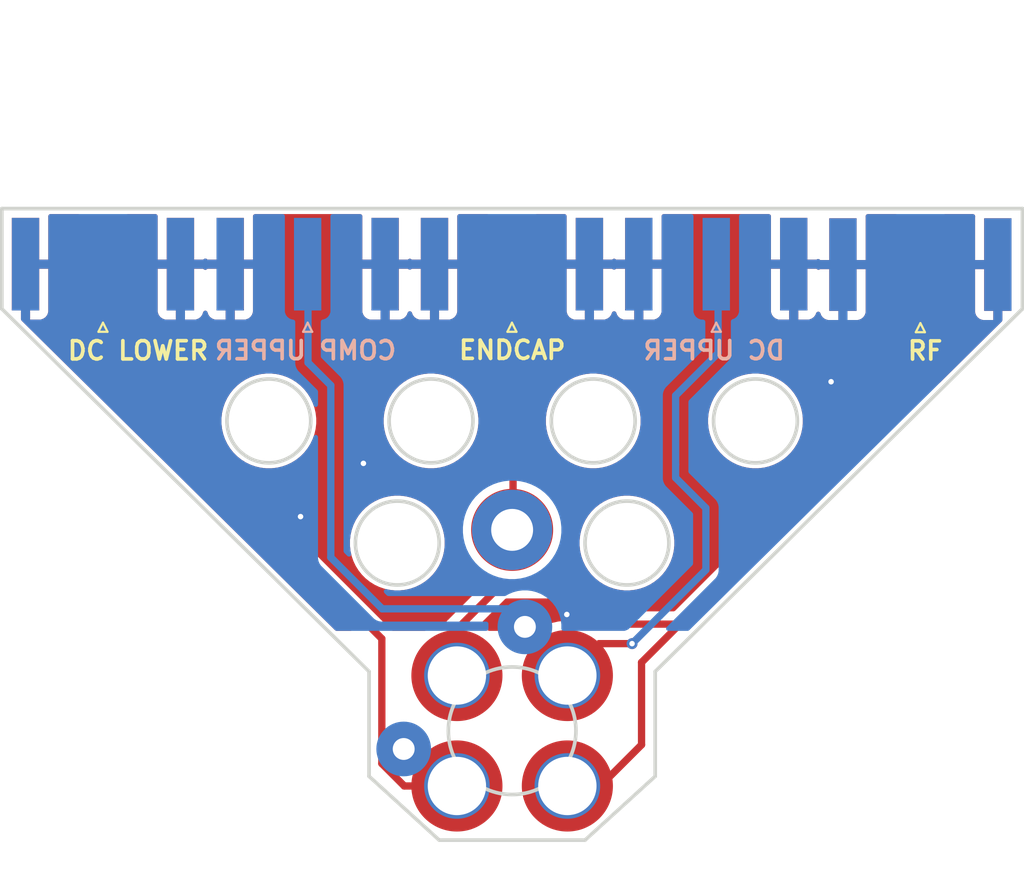
<source format=kicad_pcb>
(kicad_pcb (version 20241229) (generator "pcbnew") (generator_version "9.0")
  (layers (0 "F.Cu" signal) (2 "B.Cu" signal) (13 "F.Paste" user) (15 "B.Paste" user) (5 "F.SilkS" user "F.Silkscreen") (7 "B.SilkS" user "B.Silkscreen") (1 "F.Mask" user) (3 "B.Mask" user) (25 "Edge.Cuts" user))
  (net 0 "")
  (net 1 "GND")
  (net 2 "/ENDCAP")
  (net 3 "/RF1")
  (net 4 "/COMP_LOW")
  (net 5 "/DCUPPER")
  (net 6 "/DCLOWER")
  (footprint "mine:2.3mm for ring double sided" (layer "F.Cu") (at 133 73.678)
    (property "Reference" "endcaps1" (hide yes))
    (property "Value" "MountingHole_Pad" (hide yes))
    (pad "1" thru_hole circle (at 0 0) (size 2.7 2.7) (drill 2.3) (layers "*.Cu" "*.Mask") (net 2 "/ENDCAP"))
    (pad "1" connect circle (at 0 0) (size 4.4 4.4) (layers "B.Cu" "B.Mask") (net 2 "/ENDCAP"))
    (pad "1" connect circle (at 0 0) (size 4.5 4.5) (layers "F.Cu" "F.Mask") (net 2 "/ENDCAP"))
  )
  (footprint "mine:single sided RF small ring 3mm" (layer "F.Cu") (at 129.97 87.73)
    (property "Reference" "dclower1" (hide yes))
    (property "Value" "MountingHole_Pad" (hide yes))
    (pad "1" thru_hole circle (at 0 0) (size 3.6 3.6) (drill 3.2) (layers "*.Cu" "*.Mask") (net 6 "/DCLOWER"))
    (pad "1" connect circle (at 0 0) (size 5 5) (layers "F.Cu" "F.Mask") (net 6 "/DCLOWER"))
  )
  (footprint "mine:single sided RF small ring 3mm" (layer "F.Cu") (at 136.03 81.67)
    (property "Reference" "DCHIGH1" (hide yes))
    (property "Value" "Conn_Coaxial" (hide yes))
    (pad "1" thru_hole circle (at 0 0) (size 3.6 3.6) (drill 3.2) (layers "*.Cu" "*.Mask") (net 5 "/DCUPPER"))
    (pad "1" connect circle (at 0 0) (size 5 5) (layers "F.Cu" "F.Mask") (net 5 "/DCUPPER"))
  )
  (footprint "Connector_Coaxial:SMA_Amphenol_132289_EdgeMount" (layer "F.Cu") (at 110.55 59.1 90)
    (property "Reference" "DCLOW1" (hide yes))
    (property "Value" "Conn_Coaxial" (hide yes))
    (fp_line (start -3.71 -0.25) (end -3.71 0.25) (stroke (width 0.12)) (layer "F.SilkS"))
    (fp_line (start -3.21 0) (end -3.71 -0.25) (stroke (width 0.12)) (layer "F.SilkS"))
    (fp_line (start -3.71 0.25) (end -3.21 0) (stroke (width 0.12)) (layer "F.SilkS"))
    (pad "1" smd rect (at 0 0 180) (size 1.5 5.08) (layers "F.Cu" "F.Mask" "F.Paste") (net 6 "/DCLOWER"))
    (pad "2" smd rect (at 0 -4.25 180) (size 1.5 5.08) (layers "F.Cu" "F.Mask" "F.Paste") (net 1 "GND"))
    (pad "2" smd rect (at 0 -4.25 180) (size 1.5 5.08) (layers "B.Cu" "B.Mask" "B.Paste") (net 1 "GND"))
    (pad "2" smd rect (at 0 4.25 180) (size 1.5 5.08) (layers "F.Cu" "F.Mask" "F.Paste") (net 1 "GND"))
    (pad "2" smd rect (at 0 4.25 180) (size 1.5 5.08) (layers "B.Cu" "B.Mask" "B.Paste") (net 1 "GND"))
  )
  (footprint "Connector_Coaxial:SMA_Amphenol_132289_EdgeMount" (layer "F.Cu") (at 132.99 59.1 90)
    (property "Reference" "ENDCAP1" (hide yes))
    (property "Value" "Conn_Coaxial" (hide yes))
    (fp_line (start -3.71 -0.25) (end -3.71 0.25) (stroke (width 0.12)) (layer "F.SilkS"))
    (fp_line (start -3.21 0) (end -3.71 -0.25) (stroke (width 0.12)) (layer "F.SilkS"))
    (fp_line (start -3.71 0.25) (end -3.21 0) (stroke (width 0.12)) (layer "F.SilkS"))
    (pad "1" smd rect (at 0 0 180) (size 1.5 5.08) (layers "F.Cu" "F.Mask" "F.Paste") (net 2 "/ENDCAP"))
    (pad "2" smd rect (at 0 -4.25 180) (size 1.5 5.08) (layers "F.Cu" "F.Mask" "F.Paste") (net 1 "GND"))
    (pad "2" smd rect (at 0 -4.25 180) (size 1.5 5.08) (layers "B.Cu" "B.Mask" "B.Paste") (net 1 "GND"))
    (pad "2" smd rect (at 0 4.25 180) (size 1.5 5.08) (layers "F.Cu" "F.Mask" "F.Paste") (net 1 "GND"))
    (pad "2" smd rect (at 0 4.25 180) (size 1.5 5.08) (layers "B.Cu" "B.Mask" "B.Paste") (net 1 "GND"))
  )
  (footprint "mine:single sided RF small ring 3mm" (layer "F.Cu") (at 136.03 87.73)
    (property "Reference" "rflower1" (hide yes))
    (property "Value" "MountingHole_Pad" (hide yes))
    (pad "1" thru_hole circle (at 0 0) (size 3.6 3.6) (drill 3.2) (layers "*.Cu" "*.Mask") (net 3 "/RF1"))
    (pad "1" connect circle (at 0 0) (size 5 5) (layers "F.Cu" "F.Mask") (net 3 "/RF1"))
  )
  (footprint "mine:single sided RF small ring 3mm" (layer "F.Cu") (at 129.97 81.67)
    (property "Reference" "rfupper1" (hide yes))
    (property "Value" "MountingHole_Pad" (hide yes))
    (pad "1" thru_hole circle (at 0 0) (size 3.6 3.6) (drill 3.2) (layers "*.Cu" "*.Mask") (net 3 "/RF1"))
    (pad "1" connect circle (at 0 0) (size 5 5) (layers "F.Cu" "F.Mask") (net 3 "/RF1"))
  )
  (footprint "Connector_Coaxial:SMA_Amphenol_132289_EdgeMount" (layer "F.Cu") (at 155.4 59.1225 90)
    (property "Reference" "RF1" (hide yes))
    (property "Value" "Conn_Coaxial" (hide yes))
    (fp_line (start -3.71 -0.25) (end -3.71 0.25) (stroke (width 0.12)) (layer "F.SilkS"))
    (fp_line (start -3.21 0) (end -3.71 -0.25) (stroke (width 0.12)) (layer "F.SilkS"))
    (fp_line (start -3.71 0.25) (end -3.21 0) (stroke (width 0.12)) (layer "F.SilkS"))
    (pad "1" smd rect (at 0 0 180) (size 1.5 5.08) (layers "F.Cu" "F.Mask" "F.Paste") (net 3 "/RF1"))
    (pad "2" smd rect (at 0 -4.25 180) (size 1.5 5.08) (layers "F.Cu" "F.Mask" "F.Paste") (net 1 "GND"))
    (pad "2" smd rect (at 0 -4.25 180) (size 1.5 5.08) (layers "B.Cu" "B.Mask" "B.Paste") (net 1 "GND"))
    (pad "2" smd rect (at 0 4.25 180) (size 1.5 5.08) (layers "F.Cu" "F.Mask" "F.Paste") (net 1 "GND"))
    (pad "2" smd rect (at 0 4.25 180) (size 1.5 5.08) (layers "B.Cu" "B.Mask" "B.Paste") (net 1 "GND"))
  )
  (footprint "Connector_Coaxial:SMA_Amphenol_132289_EdgeMount" (layer "B.Cu") (at 144.2 59.1 90)
    (property "Reference" "DCHIGH1" (hide yes))
    (property "Value" "Conn_Coaxial" (hide yes))
    (fp_line (start -3.71 -0.25) (end -3.21 0) (stroke (width 0.12)) (layer "B.SilkS"))
    (fp_line (start -3.21 0) (end -3.71 0.25) (stroke (width 0.12)) (layer "B.SilkS"))
    (fp_line (start -3.71 0.25) (end -3.71 -0.25) (stroke (width 0.12)) (layer "B.SilkS"))
    (pad "1" smd rect (at 0 0) (size 1.5 5.08) (layers "B.Cu" "B.Mask" "B.Paste") (net 5 "/DCUPPER"))
    (pad "2" smd rect (at 0 -4.25) (size 1.5 5.08) (layers "F.Cu" "F.Mask" "F.Paste") (net 1 "GND"))
    (pad "2" smd rect (at 0 -4.25) (size 1.5 5.08) (layers "B.Cu" "B.Mask" "B.Paste") (net 1 "GND"))
    (pad "2" smd rect (at 0 4.25) (size 1.5 5.08) (layers "F.Cu" "F.Mask" "F.Paste") (net 1 "GND"))
    (pad "2" smd rect (at 0 4.25) (size 1.5 5.08) (layers "B.Cu" "B.Mask" "B.Paste") (net 1 "GND"))
  )
  (footprint "mine:single sided 1.2m holes for DC" (layer "B.Cu") (at 127.05 85.7 180)
    (property "Reference" "nothing" (hide yes))
    (property "Value" "MountingHole_Pad" (hide yes))
    (pad "1" thru_hole circle (at 0 0 180) (size 1.6 1.6) (drill 1.2) (layers "*.Cu" "*.Mask") (net 4 "/COMP_LOW"))
    (pad "1" connect circle (at 0 0 180) (size 3 3) (layers "B.Cu" "B.Mask") (net 4 "/COMP_LOW"))
  )
  (footprint "mine:single sided 1.2m holes for DC" (layer "B.Cu") (at 133.7 79 180)
    (property "Reference" "complower1" (hide yes))
    (property "Value" "MountingHole_Pad" (hide yes))
    (pad "1" thru_hole circle (at 0 0 180) (size 1.6 1.6) (drill 1.2) (layers "*.Cu" "*.Mask") (net 4 "/COMP_LOW"))
    (pad "1" connect circle (at 0 0 180) (size 3 3) (layers "B.Cu" "B.Mask") (net 4 "/COMP_LOW"))
  )
  (footprint "Connector_Coaxial:SMA_Amphenol_132289_EdgeMount" (layer "B.Cu") (at 121.78 59.1 90)
    (property "Reference" "COMPLOW1" (hide yes))
    (property "Value" "Conn_Coaxial" (hide yes))
    (fp_line (start -3.71 -0.25) (end -3.21 0) (stroke (width 0.12)) (layer "B.SilkS"))
    (fp_line (start -3.21 0) (end -3.71 0.25) (stroke (width 0.12)) (layer "B.SilkS"))
    (fp_line (start -3.71 0.25) (end -3.71 -0.25) (stroke (width 0.12)) (layer "B.SilkS"))
    (pad "1" smd rect (at 0 0) (size 1.5 5.08) (layers "B.Cu" "B.Mask" "B.Paste") (net 4 "/COMP_LOW"))
    (pad "2" smd rect (at 0 -4.25) (size 1.5 5.08) (layers "F.Cu" "F.Mask" "F.Paste") (net 1 "GND"))
    (pad "2" smd rect (at 0 -4.25) (size 1.5 5.08) (layers "B.Cu" "B.Mask" "B.Paste") (net 1 "GND"))
    (pad "2" smd rect (at 0 4.25) (size 1.5 5.08) (layers "F.Cu" "F.Mask" "F.Paste") (net 1 "GND"))
    (pad "2" smd rect (at 0 4.25) (size 1.5 5.08) (layers "B.Cu" "B.Mask" "B.Paste") (net 1 "GND"))
  )
  (gr_circle (center 146.35 67.7) (end 148.65 67.7) (stroke (width 0.2)) (fill no) (layer "Edge.Cuts"))
  (gr_line (start 129 90.7) (end 137 90.7) (stroke (width 0.2)) (layer "Edge.Cuts"))
  (gr_line (start 125.15 87.2) (end 129 90.7) (stroke (width 0.2)) (layer "Edge.Cuts"))
  (gr_line (start 105 61.55) (end 125.15 81.45) (stroke (width 0.2)) (layer "Edge.Cuts"))
  (gr_line (start 140.85 81.45) (end 161 61.55) (stroke (width 0.2)) (layer "Edge.Cuts"))
  (gr_line (start 125.15 81.45) (end 125.15 87.2) (stroke (width 0.2)) (layer "Edge.Cuts"))
  (gr_line (start 137 90.7) (end 140.85 87.2) (stroke (width 0.2)) (layer "Edge.Cuts"))
  (gr_circle (center 139.3 74.4) (end 141.6 74.4) (stroke (width 0.2)) (fill no) (layer "Edge.Cuts"))
  (gr_circle (center 126.7 74.4) (end 129 74.4) (stroke (width 0.2)) (fill no) (layer "Edge.Cuts"))
  (gr_line (start 161 56.05) (end 105 56.05) (stroke (width 0.2)) (layer "Edge.Cuts"))
  (gr_line (start 161 61.55) (end 161 56.05) (stroke (width 0.2)) (layer "Edge.Cuts"))
  (gr_circle (center 137.45 67.7) (end 139.75 67.7) (stroke (width 0.2)) (fill no) (layer "Edge.Cuts"))
  (gr_line (start 105 56.05) (end 105 61.55) (stroke (width 0.2)) (layer "Edge.Cuts"))
  (gr_circle (center 133 84.7) (end 136.5 84.7) (stroke (width 0.2)) (fill no) (layer "Edge.Cuts"))
  (gr_circle (center 119.65 67.7) (end 121.95 67.7) (stroke (width 0.2)) (fill no) (layer "Edge.Cuts"))
  (gr_line (start 140.85 87.2) (end 140.85 81.45) (stroke (width 0.2)) (layer "Edge.Cuts"))
  (gr_circle (center 128.55 67.7) (end 130.85 67.7) (stroke (width 0.2)) (fill no) (layer "Edge.Cuts"))
  (gr_text "ENDCAP" (at 129.97 64.4 0) (layer "F.SilkS") (effects (font (size 1 1) (thickness 0.2) (bold yes)) (justify left bottom)))
  (gr_text "RF" (at 154.6 64.44 0) (layer "F.SilkS") (effects (font (size 1 1) (thickness 0.2) (bold yes)) (justify left bottom)))
  (gr_text "DC LOWER" (at 108.51 64.43 0) (layer "F.SilkS") (effects (font (size 1 1) (thickness 0.2) (bold yes)) (justify left bottom)))
  (gr_text "COMP UPPER" (at 126.75 64.42 0) (layer "B.SilkS") (effects (font (size 1 1) (thickness 0.2) (bold yes)) (justify left bottom mirror)))
  (gr_text "DC UPPER" (at 148.07 64.42 0) (layer "B.SilkS") (effects (font (size 1 1) (thickness 0.2) (bold yes)) (justify left bottom mirror)))
  (via (at 150.5 65.55) (size 0.6) (drill 0.3) (layers "F.Cu" "B.Cu") (net 1))
  (via (at 136 78.32) (size 0.6) (drill 0.3) (layers "F.Cu" "B.Cu") (net 1))
  (via (at 121.39 72.95) (size 0.6) (drill 0.3) (layers "F.Cu" "B.Cu") (net 1))
  (via (at 124.84 70.03) (size 0.6) (drill 0.3) (layers "F.Cu" "B.Cu") (net 1))
  (segment (start 133.05 73.633) (end 133.005 73.678) (width 0.2) (layer "F.Cu") (net 2))
  (segment (start 133.05 59.1) (end 133.05 73.633) (width 0.4) (layer "F.Cu") (net 2))
  (segment (start 133.05 73.628) (end 133.1 73.678) (width 0.2) (layer "B.Cu") (net 2))
  (segment (start 129.97 79.124416) (end 129.97 81.67) (width 0.4) (layer "F.Cu") (net 3))
  (segment (start 155.55 65.5) (end 149.125 71.925) (width 0.4) (layer "F.Cu") (net 3))
  (segment (start 137.57 87.73) (end 136.03 87.73) (width 0.4) (layer "F.Cu") (net 3))
  (segment (start 132.354416 76.74) (end 129.97 79.124416) (width 0.4) (layer "F.Cu") (net 3))
  (segment (start 142.2 78.85) (end 140.1 80.95) (width 0.4) (layer "F.Cu") (net 3))
  (segment (start 138.35 78.85) (end 136.24 76.74) (width 0.4) (layer "F.Cu") (net 3))
  (segment (start 140.1 80.95) (end 140.1 85.47) (width 0.4) (layer "F.Cu") (net 3))
  (segment (start 137.84 87.73) (end 136.03 87.73) (width 0.4) (layer "F.Cu") (net 3))
  (segment (start 140.1 85.47) (end 137.84 87.73) (width 0.4) (layer "F.Cu") (net 3))
  (segment (start 137.37 87.73) (end 136.03 87.73) (width 0.4) (layer "F.Cu") (net 3))
  (segment (start 149.125 71.925) (end 142.2 78.85) (width 0.4) (layer "F.Cu") (net 3))
  (segment (start 142.2 78.85) (end 138.35 78.85) (width 0.4) (layer "F.Cu") (net 3))
  (segment (start 136.24 76.74) (end 132.354416 76.74) (width 0.4) (layer "F.Cu") (net 3))
  (segment (start 155.55 59.1) (end 155.55 65.5) (width 0.4) (layer "F.Cu") (net 3))
  (segment (start 121.8 64.5) (end 123.05 65.75) (width 0.4) (layer "B.Cu") (net 4))
  (segment (start 123.05 65.75) (end 123.05 75.19) (width 0.4) (layer "B.Cu") (net 4))
  (segment (start 125.87 78.01) (end 132.71 78.01) (width 0.4) (layer "B.Cu") (net 4))
  (segment (start 123.05 75.19) (end 125.87 78.01) (width 0.4) (layer "B.Cu") (net 4))
  (segment (start 132.71 78.01) (end 133.7 79) (width 0.4) (layer "B.Cu") (net 4))
  (segment (start 121.8 59.1) (end 121.8 64.5) (width 0.4) (layer "B.Cu") (net 4))
  (segment (start 139.58 79.92) (end 137.78 79.92) (width 0.4) (layer "F.Cu") (net 5))
  (segment (start 137.78 79.92) (end 136.03 81.67) (width 0.4) (layer "F.Cu") (net 5))
  (via (at 139.58 79.92) (size 0.6) (drill 0.3) (layers "F.Cu" "B.Cu") (net 5))
  (segment (start 141.97 70.1) (end 141.97 70.82) (width 0.4) (layer "B.Cu") (net 5))
  (segment (start 143.63 72.48) (end 143.63 75.87) (width 0.4) (layer "B.Cu") (net 5))
  (segment (start 141.97 66.31) (end 141.97 70.08) (width 0.4) (layer "B.Cu") (net 5))
  (segment (start 136.85 81.67) (end 136.03 81.67) (width 0.2) (layer "B.Cu") (net 5))
  (segment (start 144.3 63.98) (end 141.97 66.31) (width 0.4) (layer "B.Cu") (net 5))
  (segment (start 143.63 75.87) (end 139.58 79.92) (width 0.4) (layer "B.Cu") (net 5))
  (segment (start 141.97 70.82) (end 143.63 72.48) (width 0.4) (layer "B.Cu") (net 5))
  (segment (start 139.58 79.92) (end 139.56 79.94) (width 0.4) (layer "B.Cu") (net 5))
  (segment (start 144.3 59.1) (end 144.3 63.98) (width 0.4) (layer "B.Cu") (net 5))
  (segment (start 127.08 87.73) (end 129.97 87.73) (width 0.4) (layer "F.Cu") (net 6))
  (segment (start 125.85 79.65) (end 125.85 86.5) (width 0.4) (layer "F.Cu") (net 6))
  (segment (start 110.55 59.1) (end 110.55 64.35) (width 0.4) (layer "F.Cu") (net 6))
  (segment (start 125.85 86.5) (end 127.08 87.73) (width 0.4) (layer "F.Cu") (net 6))
  (segment (start 110.55 64.35) (end 125.85 79.65) (width 0.4) (layer "F.Cu") (net 6))
  (zone (net 1) (net_name "GND") (layer "F.Cu") (connect_pads (clearance 0.5)) (min_thickness 0.25) (fill yes (thermal_gap 0.5) (thermal_bridge_width 0.5) (island_removal_mode 1) (island_area_min 10))
    (polygon (pts (xy 105 56) (xy 104.95 61.5) (xy 122.892056 79.22) (xy 143.102356 79.22) (xy 161 61.5) (xy 161 60.5) (xy 161 56.05) (xy 105 56.05)))
  )
  (zone (net 1) (net_name "GND") (layer "B.Cu") (priority 1) (connect_pads (clearance 0.5)) (min_thickness 0.25) (fill yes (thermal_gap 0.5) (thermal_bridge_width 0.5) (island_removal_mode 1) (island_area_min 10))
    (polygon (pts (xy 105 56.05) (xy 161 56.05) (xy 161 61.5) (xy 143.146766 79.22) (xy 122.892055 79.22) (xy 104.95 61.5)))
  )
)
</source>
